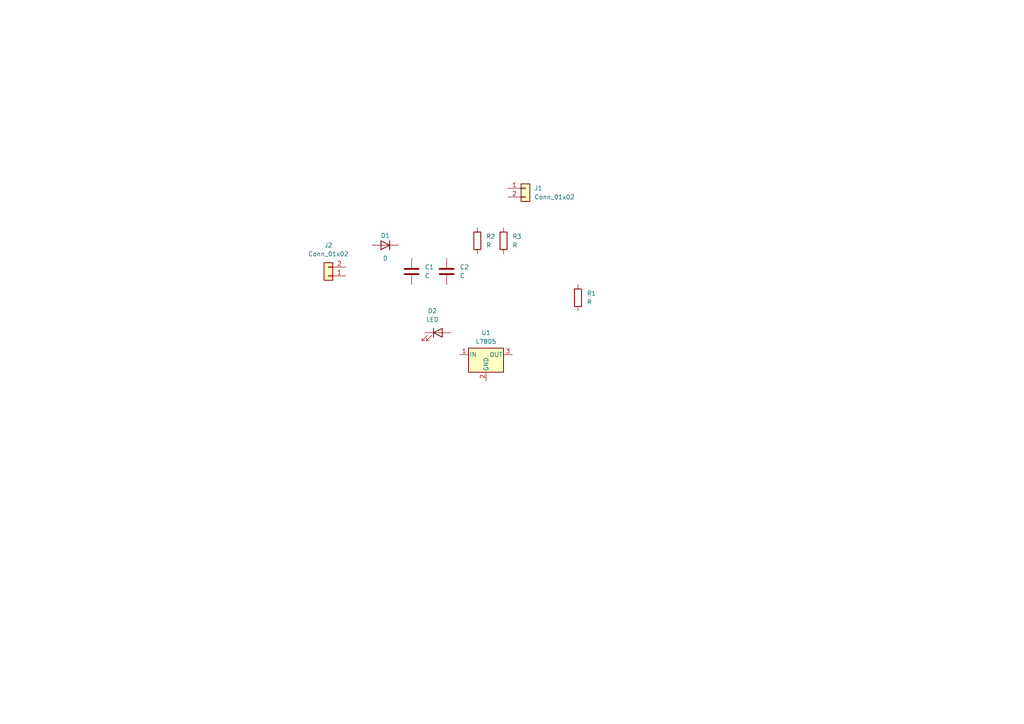
<source format=kicad_sch>
(kicad_sch (version 20250114) (generator "eeschema") (generator_version "9.0")
  (paper "A4")
  (lib_symbols
    (symbol "Connector_Generic:Conn_01x02" (pin_names (offset 1.016) (hide yes))
      (property "Reference" "J" (at 0 2.54 0))
      (property "Value" "Conn_01x02" (at 0 -5.08 0))
      (symbol "Conn_01x02_1_1"
        (rectangle (start -1.27 1.27) (end 1.27 -3.81) (stroke (width 0.254)) (fill (type background)))
        (rectangle (start -1.27 0.127) (end 0 -0.127) (stroke (width 0.1524)))
        (rectangle (start -1.27 -2.413) (end 0 -2.667) (stroke (width 0.1524)))
        (pin passive line (at -5.08 0 0) (length 3.81) (name "Pin_1") (number "1"))
        (pin passive line (at -5.08 -2.54 0) (length 3.81) (name "Pin_2") (number "2"))
      )
    )
    (symbol "Device:C" (pin_numbers (hide yes)) (pin_names (offset 0.254))
      (property "Reference" "C" (at 0.635 2.54 0))
      (property "Value" "C" (at 0.635 -2.54 0))
      (symbol "C_0_1"
        (polyline (pts (xy -2.032 0.762) (xy 2.032 0.762)) (stroke (width 0.508)))
        (polyline (pts (xy -2.032 -0.762) (xy 2.032 -0.762)) (stroke (width 0.508)))
      )
      (symbol "C_1_1"
        (pin passive line (at 0 3.81 270) (length 2.794) (name "~") (number "1"))
        (pin passive line (at 0 -3.81 90) (length 2.794) (name "~") (number "2"))
      )
    )
    (symbol "Device:D" (pin_numbers (hide yes)) (pin_names (offset 1.016) (hide yes))
      (property "Reference" "D" (at 0 2.54 0))
      (property "Value" "D" (at 0 -2.54 0))
      (symbol "D_0_1"
        (polyline (pts (xy -1.27 1.27) (xy -1.27 -1.27)) (stroke (width 0.254)))
        (polyline (pts (xy 1.27 1.27) (xy 1.27 -1.27) (xy -1.27 0) (xy 1.27 1.27)) (stroke (width 0.254)))
        (polyline (pts (xy 1.27 0) (xy -1.27 0)))
      )
      (symbol "D_1_1"
        (pin passive line (at -3.81 0 0) (length 2.54) (name "K") (number "1"))
        (pin passive line (at 3.81 0 180) (length 2.54) (name "A") (number "2"))
      )
    )
    (symbol "Device:LED" (pin_numbers (hide yes)) (pin_names (offset 1.016) (hide yes))
      (property "Reference" "D" (at 0 2.54 0))
      (property "Value" "LED" (at 0 -2.54 0))
      (symbol "LED_0_1"
        (polyline (pts (xy -3.048 -0.762) (xy -4.572 -2.286) (xy -3.81 -2.286) (xy -4.572 -2.286) (xy -4.572 -1.524)))
        (polyline (pts (xy -1.778 -0.762) (xy -3.302 -2.286) (xy -2.54 -2.286) (xy -3.302 -2.286) (xy -3.302 -1.524)))
        (polyline (pts (xy -1.27 0) (xy 1.27 0)))
        (polyline (pts (xy -1.27 -1.27) (xy -1.27 1.27)) (stroke (width 0.254)))
        (polyline (pts (xy 1.27 -1.27) (xy 1.27 1.27) (xy -1.27 0) (xy 1.27 -1.27)) (stroke (width 0.254)))
      )
      (symbol "LED_1_1"
        (pin passive line (at -3.81 0 0) (length 2.54) (name "K") (number "1"))
        (pin passive line (at 3.81 0 180) (length 2.54) (name "A") (number "2"))
      )
    )
    (symbol "Device:R" (pin_numbers (hide yes)) (pin_names (offset 0))
      (property "Reference" "R" (at 2.032 0 90))
      (property "Value" "R" (at 0 0 90))
      (symbol "R_0_1"
        (rectangle (start -1.016 -2.54) (end 1.016 2.54) (stroke (width 0.254)))
      )
      (symbol "R_1_1"
        (pin passive line (at 0 3.81 270) (length 1.27) (name "~") (number "1"))
        (pin passive line (at 0 -3.81 90) (length 1.27) (name "~") (number "2"))
      )
    )
    (symbol "Regulator_Linear:L7805" (pin_names (offset 0.254))
      (property "Reference" "U" (at -3.81 3.175 0))
      (property "Value" "L7805" (at 0 3.175 0))
      (symbol "L7805_0_1"
        (rectangle (start -5.08 1.905) (end 5.08 -5.08) (stroke (width 0.254)) (fill (type background)))
      )
      (symbol "L7805_1_1"
        (pin power_in line (at -7.62 0 0) (length 2.54) (name "IN") (number "1"))
        (pin power_in line (at 0 -7.62 90) (length 2.54) (name "GND") (number "2"))
        (pin power_out line (at 7.62 0 180) (length 2.54) (name "OUT") (number "3"))
      )
    )
  )
  (symbol (lib_id "Device:C") (at 119.38 78.74 0) (unit 1)
    (property "Reference" "C1" (at 123.19 77.4699 0) (effects (justify left)))
    (property "Value" "C" (at 123.19 80.0099 0) (effects (justify left)))
    (property "Description" "Unpolarized capacitor" (effects (hide yes)))
  )
  (symbol (lib_id "Device:R") (at 167.64 86.36 0) (unit 1)
    (property "Reference" "R1" (at 170.18 85.0899 0) (effects (justify left)))
    (property "Value" "R" (at 170.18 87.6299 0) (effects (justify left)))
    (property "Description" "Resistor" (effects (hide yes)))
  )
  (symbol (lib_id "Regulator_Linear:L7805") (at 140.97 102.87 0) (unit 1)
    (property "Reference" "U1" (at 140.97 96.52 0))
    (property "Value" "L7805" (at 140.97 99.06 0))
    (property "Datasheet" "http://www.st.com/content/ccc/resource/technical/document/datasheet/41/4f/b3/b0/12/d4/47/88/CD00000444.pdf/files/CD00000444.pdf/jcr:content/translations/en.CD00000444.pdf" (effects (hide yes)))
    (property "Description" "Positive 1.5A 35V Linear Regulator, Fixed Output 5V, TO-220/TO-263/TO-252" (effects (hide yes)))
  )
  (symbol (lib_id "Connector_Generic:Conn_01x02") (at 152.4 54.61 0) (unit 1)
    (property "Reference" "J1" (at 154.94 54.6099 0) (effects (justify left)))
    (property "Value" "Conn_01x02" (at 154.94 57.1499 0) (effects (justify left)))
    (property "Description" "Generic connector, single row, 01x02, script generated (kicad-library-utils/schlib/autogen/connector/)" (effects (hide yes)))
  )
  (symbol (lib_id "Device:R") (at 138.43 69.85 0) (unit 1)
    (property "Reference" "R2" (at 140.97 68.5799 0) (effects (justify left)))
    (property "Value" "R" (at 140.97 71.1199 0) (effects (justify left)))
    (property "Description" "Resistor" (effects (hide yes)))
  )
  (symbol (lib_id "Device:D") (at 111.76 71.12 180) (unit 1)
    (property "Reference" "D1" (at 111.76 68.326 0))
    (property "Value" "D" (at 111.76 74.93 0))
    (property "Description" "Diode" (effects (hide yes)))
    (property "Sim.Device" "D" (effects (hide yes)))
    (property "Sim.Pins" "1=K 2=A" (effects (hide yes)))
  )
  (symbol (lib_id "Device:LED") (at 127 96.52 0) (unit 1)
    (property "Reference" "D2" (at 125.4125 90.17 0))
    (property "Value" "LED" (at 125.4125 92.71 0))
    (property "Description" "Light emitting diode" (effects (hide yes)))
    (property "Sim.Pins" "1=K 2=A" (effects (hide yes)))
  )
  (symbol (lib_id "Device:C") (at 129.54 78.74 0) (unit 1)
    (property "Reference" "C2" (at 133.35 77.4699 0) (effects (justify left)))
    (property "Value" "C" (at 133.35 80.0099 0) (effects (justify left)))
    (property "Description" "Unpolarized capacitor" (effects (hide yes)))
  )
  (symbol (lib_id "Connector_Generic:Conn_01x02") (at 95.25 80.01 180) (unit 1)
    (property "Reference" "J2" (at 95.25 71.12 0))
    (property "Value" "Conn_01x02" (at 95.25 73.66 0))
    (property "Description" "Generic connector, single row, 01x02, script generated (kicad-library-utils/schlib/autogen/connector/)" (effects (hide yes)))
  )
  (symbol (lib_id "Device:R") (at 146.05 69.85 0) (unit 1)
    (property "Reference" "R3" (at 148.59 68.5799 0) (effects (justify left)))
    (property "Value" "R" (at 148.59 71.1199 0) (effects (justify left)))
    (property "Description" "Resistor" (effects (hide yes)))
  )
)
</source>
